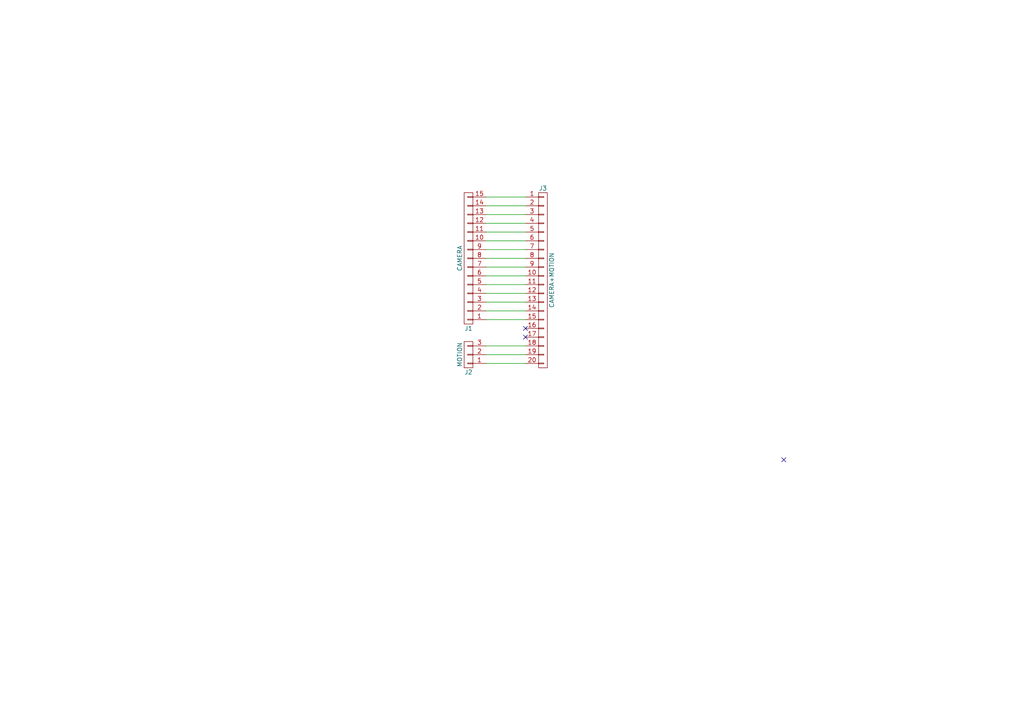
<source format=kicad_sch>
(kicad_sch (version 20230121) (generator eeschema)
  (paper "A4")
  (title_block (title "Camera Board") (date "2018-05-07") (rev "A") (company "Veenema Design Works") (comment 1 "bveenema@gmail.com"))
  (lib_symbols
    (symbol "CameraBoard-rescue:CONN_01X03" (pin_names (offset 1.016) hide)
      (property "Reference" "J" (at 0 5.08 0))
      (property "Value" "CONN_01X03" (at 2.54 0 90))
      (symbol "CONN_01X03_0_1"
        (rectangle (start -1.27 -2.413) (end 0.254 -2.667))
        (rectangle (start -1.27 0.127) (end 0.254 -0.127))
        (rectangle (start -1.27 2.667) (end 0.254 2.413))
        (rectangle (start -1.27 3.81) (end 1.27 -3.81))
      )
      (symbol "CONN_01X03_1_1"
        (pin passive line (at -5.08 2.54 0) (length 3.81) (name "P1") (number "1"))
        (pin passive line (at -5.08 0 0) (length 3.81) (name "P2") (number "2"))
        (pin passive line (at -5.08 -2.54 0) (length 3.81) (name "P3") (number "3"))
      )
    )
    (symbol "CameraBoard-rescue:CONN_01X15" (pin_names (offset 1.016) hide)
      (property "Reference" "J" (at 0 20.32 0))
      (property "Value" "CONN_01X15" (at 2.54 0 90))
      (symbol "CONN_01X15_0_1"
        (rectangle (start -1.27 -17.653) (end 0.254 -17.907))
        (rectangle (start -1.27 -15.113) (end 0.254 -15.367))
        (rectangle (start -1.27 -12.573) (end 0.254 -12.827))
        (rectangle (start -1.27 -10.033) (end 0.254 -10.287))
        (rectangle (start -1.27 -7.493) (end 0.254 -7.747))
        (rectangle (start -1.27 -4.953) (end 0.254 -5.207))
        (rectangle (start -1.27 -2.413) (end 0.254 -2.667))
        (rectangle (start -1.27 0.127) (end 0.254 -0.127))
        (rectangle (start -1.27 2.667) (end 0.254 2.413))
        (rectangle (start -1.27 5.207) (end 0.254 4.953))
        (rectangle (start -1.27 7.747) (end 0.254 7.493))
        (rectangle (start -1.27 10.287) (end 0.254 10.033))
        (rectangle (start -1.27 12.827) (end 0.254 12.573))
        (rectangle (start -1.27 15.367) (end 0.254 15.113))
        (rectangle (start -1.27 17.907) (end 0.254 17.653))
        (rectangle (start -1.27 19.05) (end 1.27 -19.05))
      )
      (symbol "CONN_01X15_1_1"
        (pin passive line (at -5.08 17.78 0) (length 3.81) (name "P1") (number "1"))
        (pin passive line (at -5.08 -5.08 0) (length 3.81) (name "P10") (number "10"))
        (pin passive line (at -5.08 -7.62 0) (length 3.81) (name "P11") (number "11"))
        (pin passive line (at -5.08 -10.16 0) (length 3.81) (name "P12") (number "12"))
        (pin passive line (at -5.08 -12.7 0) (length 3.81) (name "P13") (number "13"))
        (pin passive line (at -5.08 -15.24 0) (length 3.81) (name "P14") (number "14"))
        (pin passive line (at -5.08 -17.78 0) (length 3.81) (name "P15") (number "15"))
        (pin passive line (at -5.08 15.24 0) (length 3.81) (name "P2") (number "2"))
        (pin passive line (at -5.08 12.7 0) (length 3.81) (name "P3") (number "3"))
        (pin passive line (at -5.08 10.16 0) (length 3.81) (name "P4") (number "4"))
        (pin passive line (at -5.08 7.62 0) (length 3.81) (name "P5") (number "5"))
        (pin passive line (at -5.08 5.08 0) (length 3.81) (name "P6") (number "6"))
        (pin passive line (at -5.08 2.54 0) (length 3.81) (name "P7") (number "7"))
        (pin passive line (at -5.08 0 0) (length 3.81) (name "P8") (number "8"))
        (pin passive line (at -5.08 -2.54 0) (length 3.81) (name "P9") (number "9"))
      )
    )
    (symbol "CameraBoard-rescue:CONN_01X20" (pin_names (offset 1.016) hide)
      (property "Reference" "J" (at 0 26.67 0))
      (property "Value" "CONN_01X20" (at 2.54 0 90))
      (symbol "CONN_01X20_0_1"
        (rectangle (start -1.27 -25.4) (end 1.27 25.4))
        (rectangle (start -1.27 -24.003) (end 0.254 -24.257))
        (rectangle (start -1.27 -21.463) (end 0.254 -21.717))
        (rectangle (start -1.27 -18.923) (end 0.254 -19.177))
        (rectangle (start -1.27 -16.383) (end 0.254 -16.637))
        (rectangle (start -1.27 -13.843) (end 0.254 -14.097))
        (rectangle (start -1.27 -11.303) (end 0.254 -11.557))
        (rectangle (start -1.27 -8.763) (end 0.254 -9.017))
        (rectangle (start -1.27 -6.223) (end 0.254 -6.477))
        (rectangle (start -1.27 -3.683) (end 0.254 -3.937))
        (rectangle (start -1.27 -1.143) (end 0.254 -1.397))
        (rectangle (start -1.27 1.397) (end 0.254 1.143))
        (rectangle (start -1.27 3.937) (end 0.254 3.683))
        (rectangle (start -1.27 6.477) (end 0.254 6.223))
        (rectangle (start -1.27 9.017) (end 0.254 8.763))
        (rectangle (start -1.27 11.557) (end 0.254 11.303))
        (rectangle (start -1.27 14.097) (end 0.254 13.843))
        (rectangle (start -1.27 16.637) (end 0.254 16.383))
        (rectangle (start -1.27 19.177) (end 0.254 18.923))
        (rectangle (start -1.27 21.717) (end 0.254 21.463))
        (rectangle (start -1.27 24.257) (end 0.254 24.003))
      )
      (symbol "CONN_01X20_1_1"
        (pin passive line (at -5.08 24.13 0) (length 3.81) (name "P1") (number "1"))
        (pin passive line (at -5.08 1.27 0) (length 3.81) (name "P10") (number "10"))
        (pin passive line (at -5.08 -1.27 0) (length 3.81) (name "P11") (number "11"))
        (pin passive line (at -5.08 -3.81 0) (length 3.81) (name "P12") (number "12"))
        (pin passive line (at -5.08 -6.35 0) (length 3.81) (name "P13") (number "13"))
        (pin passive line (at -5.08 -8.89 0) (length 3.81) (name "P14") (number "14"))
        (pin passive line (at -5.08 -11.43 0) (length 3.81) (name "P15") (number "15"))
        (pin passive line (at -5.08 -13.97 0) (length 3.81) (name "P16") (number "16"))
        (pin passive line (at -5.08 -16.51 0) (length 3.81) (name "P17") (number "17"))
        (pin passive line (at -5.08 -19.05 0) (length 3.81) (name "P18") (number "18"))
        (pin passive line (at -5.08 -21.59 0) (length 3.81) (name "P19") (number "19"))
        (pin passive line (at -5.08 21.59 0) (length 3.81) (name "P2") (number "2"))
        (pin passive line (at -5.08 -24.13 0) (length 3.81) (name "P20") (number "20"))
        (pin passive line (at -5.08 19.05 0) (length 3.81) (name "P3") (number "3"))
        (pin passive line (at -5.08 16.51 0) (length 3.81) (name "P4") (number "4"))
        (pin passive line (at -5.08 13.97 0) (length 3.81) (name "P5") (number "5"))
        (pin passive line (at -5.08 11.43 0) (length 3.81) (name "P6") (number "6"))
        (pin passive line (at -5.08 8.89 0) (length 3.81) (name "P7") (number "7"))
        (pin passive line (at -5.08 6.35 0) (length 3.81) (name "P8") (number "8"))
        (pin passive line (at -5.08 3.81 0) (length 3.81) (name "P9") (number "9"))
      )
    )
  )
  (no_connect (at 152.4 97.79))
  (no_connect (at 152.4 95.25))
  (no_connect (at 227.33 133.35))
  (wire (pts (xy 152.4 77.47) (xy 140.97 77.47)))
  (wire (pts (xy 152.4 82.55) (xy 140.97 82.55)))
  (wire (pts (xy 140.97 74.93) (xy 152.4 74.93)))
  (wire (pts (xy 152.4 102.87) (xy 140.97 102.87)))
  (wire (pts (xy 140.97 62.23) (xy 152.4 62.23)))
  (wire (pts (xy 140.97 64.77) (xy 152.4 64.77)))
  (wire (pts (xy 152.4 59.69) (xy 140.97 59.69)))
  (wire (pts (xy 140.97 69.85) (xy 152.4 69.85)))
  (wire (pts (xy 152.4 92.71) (xy 140.97 92.71)))
  (wire (pts (xy 140.97 85.09) (xy 152.4 85.09)))
  (wire (pts (xy 140.97 67.31) (xy 152.4 67.31)))
  (wire (pts (xy 140.97 57.15) (xy 152.4 57.15)))
  (wire (pts (xy 140.97 100.33) (xy 152.4 100.33)))
  (wire (pts (xy 140.97 90.17) (xy 152.4 90.17)))
  (wire (pts (xy 152.4 87.63) (xy 140.97 87.63)))
  (wire (pts (xy 140.97 105.41) (xy 152.4 105.41)))
  (wire (pts (xy 140.97 80.01) (xy 152.4 80.01)))
  (wire (pts (xy 152.4 72.39) (xy 140.97 72.39)))
  (symbol (lib_id "CameraBoard-rescue:CONN_01X15") (at 135.89 74.93 180) (unit 1)
    (property "Reference" "J1" (at 135.89 95.25 0))
    (property "Value" "CAMERA" (at 133.35 74.93 90))
    (property "Footprint" "Connector_FFC-FPC:TE_1-84953-5_1x15_P1.0mm_Horizontal" (effects hide))
    (property "Datasheet" "http://www.te.com/commerce/DocumentDelivery/DDEController?Action=srchrtrv&DocNm=84953&DocType=Customer+Drawing&DocLang=English" (effects hide))
    (property "MPN" "1-84953-5" (effects hide))
    (property "Alt MPN" "ZF1-15-01-T-WT" (effects hide))
  )
  (symbol (lib_id "CameraBoard-rescue:CONN_01X03") (at 135.89 102.87 180) (unit 1)
    (property "Reference" "J2" (at 135.89 107.95 0))
    (property "Value" "MOTION" (at 133.35 102.87 90))
    (property "Footprint" "Connectors_JST:JST_PH_S3B-PH-SM4-TB_03x2.00mm_Angled" (effects hide))
    (property "Datasheet" "http://www.jst-mfg.com/product/pdf/eng/ePH.pdf" (effects hide))
    (property "MPN" "S3B-PH-SM4-TB(LF)(SN)" (effects hide))
  )
  (symbol (lib_id "CameraBoard-rescue:CONN_01X20") (at 157.48 81.28 0) (unit 1)
    (property "Reference" "J3" (at 157.48 54.61 0))
    (property "Value" "CAMERA+MOTION" (at 160.02 81.28 90))
    (property "Footprint" "Connector_FFC-FPC:TE_2-84953-0_1x20_P1.0mm_Horizontal" (effects hide))
    (property "Datasheet" "http://www.te.com/commerce/DocumentDelivery/DDEController?Action=srchrtrv&DocNm=84953&DocType=Customer+Drawing&DocLang=English" (effects hide))
    (property "MPN" "2-84953-0" (effects hide))
    (property "Alt MPN" "68612014122" (effects hide))
  )
)
</source>
